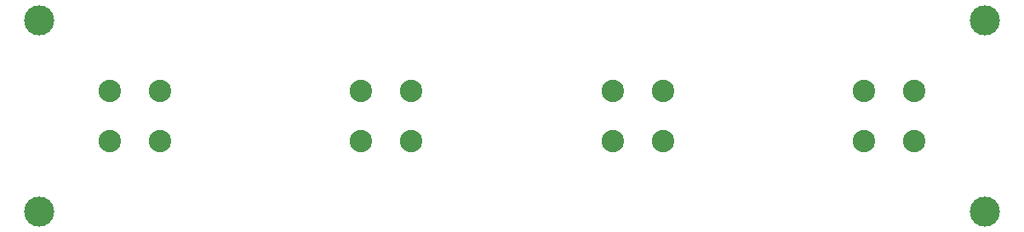
<source format=gbr>
%TF.GenerationSoftware,Novarm,DipTrace,3.3.1.3*%
%TF.CreationDate,2019-10-28T02:51:36+00:00*%
%FSLAX26Y26*%
%MOIN*%
%TF.FileFunction,Soldermask,Bot*%
%TF.Part,Single*%
%ADD37C,0.11811*%
%ADD43C,0.08788*%
G75*
G01*
%LPD*%
D43*
X3937007Y984235D3*
Y787385D3*
X3740157D3*
Y984235D3*
X2952755D3*
Y787385D3*
X2755905D3*
Y984235D3*
X1968503D3*
Y787385D3*
X1771653D3*
Y984235D3*
X984251D3*
Y787385D3*
X787401D3*
Y984235D3*
D37*
X511810Y511810D3*
Y1259842D3*
X4212598D3*
Y511810D3*
M02*

</source>
